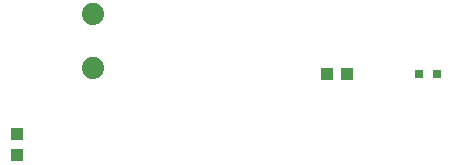
<source format=gtp>
G04 MADE WITH FRITZING*
G04 WWW.FRITZING.ORG*
G04 DOUBLE SIDED*
G04 HOLES PLATED*
G04 CONTOUR ON CENTER OF CONTOUR VECTOR*
%ASAXBY*%
%FSLAX23Y23*%
%MOIN*%
%OFA0B0*%
%SFA1.0B1.0*%
%ADD10C,0.074000*%
%ADD11R,0.039370X0.043307*%
%ADD12R,0.043307X0.039370*%
%ADD13R,0.031496X0.031496*%
%LNPASTEMASK1*%
G90*
G70*
G54D10*
X1976Y2487D03*
X1976Y2309D03*
X1976Y2487D03*
X1976Y2309D03*
G54D11*
X1720Y2087D03*
X1720Y2020D03*
G54D12*
X2820Y2287D03*
X2753Y2287D03*
G54D13*
X3061Y2287D03*
X3120Y2287D03*
G04 End of PasteMask1*
M02*
</source>
